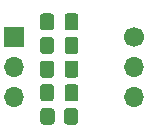
<source format=gbr>
%TF.GenerationSoftware,KiCad,Pcbnew,(5.1.12)-1*%
%TF.CreationDate,2021-11-22T20:58:17+01:00*%
%TF.ProjectId,Adapter-VCNL4010,41646170-7465-4722-9d56-434e4c343031,rev?*%
%TF.SameCoordinates,Original*%
%TF.FileFunction,Soldermask,Bot*%
%TF.FilePolarity,Negative*%
%FSLAX46Y46*%
G04 Gerber Fmt 4.6, Leading zero omitted, Abs format (unit mm)*
G04 Created by KiCad (PCBNEW (5.1.12)-1) date 2021-11-22 20:58:17*
%MOMM*%
%LPD*%
G01*
G04 APERTURE LIST*
%ADD10O,1.700000X1.700000*%
%ADD11C,1.700000*%
%ADD12R,1.700000X1.700000*%
G04 APERTURE END LIST*
D10*
%TO.C,J2*%
X161290000Y-133350000D03*
X161290000Y-130810000D03*
D11*
X161290000Y-128270000D03*
%TD*%
D10*
%TO.C,J1*%
X151130000Y-133350000D03*
X151130000Y-130810000D03*
D12*
X151130000Y-128270000D03*
%TD*%
%TO.C,R4*%
G36*
G01*
X153400000Y-135450001D02*
X153400000Y-134549999D01*
G75*
G02*
X153649999Y-134300000I249999J0D01*
G01*
X154350001Y-134300000D01*
G75*
G02*
X154600000Y-134549999I0J-249999D01*
G01*
X154600000Y-135450001D01*
G75*
G02*
X154350001Y-135700000I-249999J0D01*
G01*
X153649999Y-135700000D01*
G75*
G02*
X153400000Y-135450001I0J249999D01*
G01*
G37*
G36*
G01*
X155400000Y-135450001D02*
X155400000Y-134549999D01*
G75*
G02*
X155649999Y-134300000I249999J0D01*
G01*
X156350001Y-134300000D01*
G75*
G02*
X156600000Y-134549999I0J-249999D01*
G01*
X156600000Y-135450001D01*
G75*
G02*
X156350001Y-135700000I-249999J0D01*
G01*
X155649999Y-135700000D01*
G75*
G02*
X155400000Y-135450001I0J249999D01*
G01*
G37*
%TD*%
%TO.C,C4*%
G36*
G01*
X155450000Y-129475000D02*
X155450000Y-128525000D01*
G75*
G02*
X155700000Y-128275000I250000J0D01*
G01*
X156375000Y-128275000D01*
G75*
G02*
X156625000Y-128525000I0J-250000D01*
G01*
X156625000Y-129475000D01*
G75*
G02*
X156375000Y-129725000I-250000J0D01*
G01*
X155700000Y-129725000D01*
G75*
G02*
X155450000Y-129475000I0J250000D01*
G01*
G37*
G36*
G01*
X153375000Y-129475000D02*
X153375000Y-128525000D01*
G75*
G02*
X153625000Y-128275000I250000J0D01*
G01*
X154300000Y-128275000D01*
G75*
G02*
X154550000Y-128525000I0J-250000D01*
G01*
X154550000Y-129475000D01*
G75*
G02*
X154300000Y-129725000I-250000J0D01*
G01*
X153625000Y-129725000D01*
G75*
G02*
X153375000Y-129475000I0J250000D01*
G01*
G37*
%TD*%
%TO.C,C3*%
G36*
G01*
X155450000Y-127475000D02*
X155450000Y-126525000D01*
G75*
G02*
X155700000Y-126275000I250000J0D01*
G01*
X156375000Y-126275000D01*
G75*
G02*
X156625000Y-126525000I0J-250000D01*
G01*
X156625000Y-127475000D01*
G75*
G02*
X156375000Y-127725000I-250000J0D01*
G01*
X155700000Y-127725000D01*
G75*
G02*
X155450000Y-127475000I0J250000D01*
G01*
G37*
G36*
G01*
X153375000Y-127475000D02*
X153375000Y-126525000D01*
G75*
G02*
X153625000Y-126275000I250000J0D01*
G01*
X154300000Y-126275000D01*
G75*
G02*
X154550000Y-126525000I0J-250000D01*
G01*
X154550000Y-127475000D01*
G75*
G02*
X154300000Y-127725000I-250000J0D01*
G01*
X153625000Y-127725000D01*
G75*
G02*
X153375000Y-127475000I0J250000D01*
G01*
G37*
%TD*%
%TO.C,C2*%
G36*
G01*
X154550000Y-130525000D02*
X154550000Y-131475000D01*
G75*
G02*
X154300000Y-131725000I-250000J0D01*
G01*
X153625000Y-131725000D01*
G75*
G02*
X153375000Y-131475000I0J250000D01*
G01*
X153375000Y-130525000D01*
G75*
G02*
X153625000Y-130275000I250000J0D01*
G01*
X154300000Y-130275000D01*
G75*
G02*
X154550000Y-130525000I0J-250000D01*
G01*
G37*
G36*
G01*
X156625000Y-130525000D02*
X156625000Y-131475000D01*
G75*
G02*
X156375000Y-131725000I-250000J0D01*
G01*
X155700000Y-131725000D01*
G75*
G02*
X155450000Y-131475000I0J250000D01*
G01*
X155450000Y-130525000D01*
G75*
G02*
X155700000Y-130275000I250000J0D01*
G01*
X156375000Y-130275000D01*
G75*
G02*
X156625000Y-130525000I0J-250000D01*
G01*
G37*
%TD*%
%TO.C,C1*%
G36*
G01*
X154550000Y-132525000D02*
X154550000Y-133475000D01*
G75*
G02*
X154300000Y-133725000I-250000J0D01*
G01*
X153625000Y-133725000D01*
G75*
G02*
X153375000Y-133475000I0J250000D01*
G01*
X153375000Y-132525000D01*
G75*
G02*
X153625000Y-132275000I250000J0D01*
G01*
X154300000Y-132275000D01*
G75*
G02*
X154550000Y-132525000I0J-250000D01*
G01*
G37*
G36*
G01*
X156625000Y-132525000D02*
X156625000Y-133475000D01*
G75*
G02*
X156375000Y-133725000I-250000J0D01*
G01*
X155700000Y-133725000D01*
G75*
G02*
X155450000Y-133475000I0J250000D01*
G01*
X155450000Y-132525000D01*
G75*
G02*
X155700000Y-132275000I250000J0D01*
G01*
X156375000Y-132275000D01*
G75*
G02*
X156625000Y-132525000I0J-250000D01*
G01*
G37*
%TD*%
M02*

</source>
